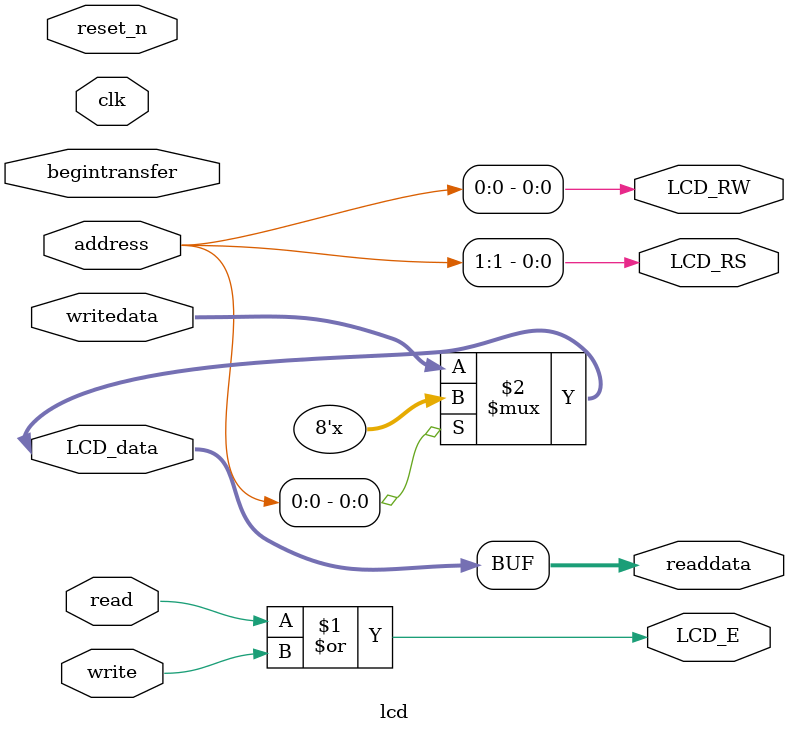
<source format=v>

`timescale 1ns / 1ps
// synthesis translate_on

// turn off superfluous verilog processor warnings 
// altera message_level Level1 
// altera message_off 10034 10035 10036 10037 10230 10240 10030 

module lcd (
             // inputs:
              address,
              begintransfer,
              clk,
              read,
              reset_n,
              write,
              writedata,

             // outputs:
              LCD_E,
              LCD_RS,
              LCD_RW,
              LCD_data,
              readdata
           )
;

  output           LCD_E;
  output           LCD_RS;
  output           LCD_RW;
  inout   [  7: 0] LCD_data;
  output  [  7: 0] readdata;
  input   [  1: 0] address;
  input            begintransfer;
  input            clk;
  input            read;
  input            reset_n;
  input            write;
  input   [  7: 0] writedata;

  wire             LCD_E;
  wire             LCD_RS;
  wire             LCD_RW;
  wire    [  7: 0] LCD_data;
  wire    [  7: 0] readdata;
  assign LCD_RW = address[0];
  assign LCD_RS = address[1];
  assign LCD_E = read | write;
  assign LCD_data = (address[0]) ? 8'bz : writedata;
  assign readdata = LCD_data;
  //control_slave, which is an e_avalon_slave

endmodule


</source>
